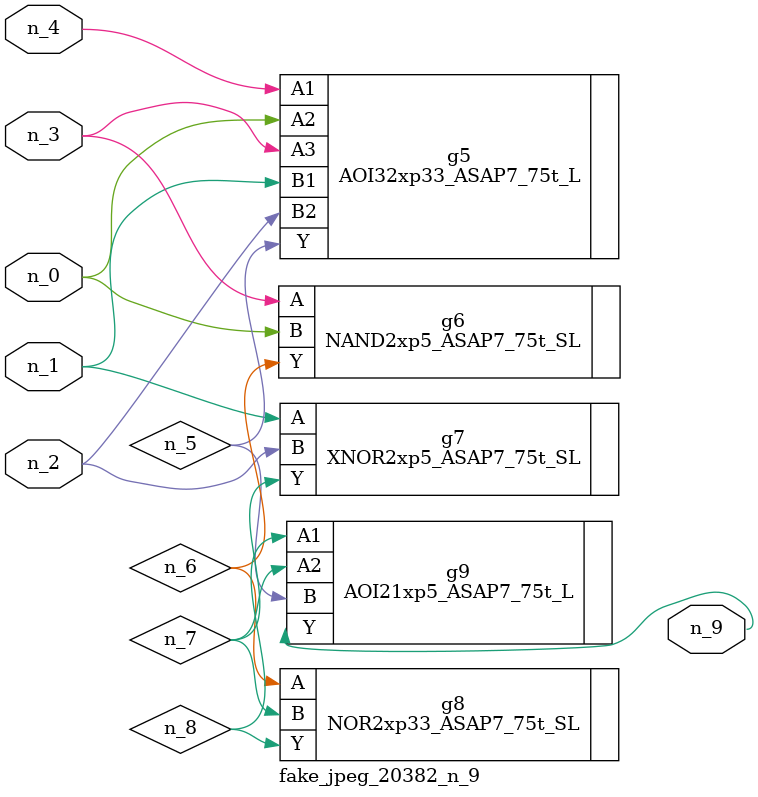
<source format=v>
module fake_jpeg_20382_n_9 (n_3, n_2, n_1, n_0, n_4, n_9);

input n_3;
input n_2;
input n_1;
input n_0;
input n_4;

output n_9;

wire n_8;
wire n_6;
wire n_5;
wire n_7;

AOI32xp33_ASAP7_75t_L g5 ( 
.A1(n_4),
.A2(n_0),
.A3(n_3),
.B1(n_1),
.B2(n_2),
.Y(n_5)
);

NAND2xp5_ASAP7_75t_SL g6 ( 
.A(n_3),
.B(n_0),
.Y(n_6)
);

XNOR2xp5_ASAP7_75t_SL g7 ( 
.A(n_1),
.B(n_2),
.Y(n_7)
);

NOR2xp33_ASAP7_75t_SL g8 ( 
.A(n_6),
.B(n_7),
.Y(n_8)
);

AOI21xp5_ASAP7_75t_L g9 ( 
.A1(n_8),
.A2(n_7),
.B(n_5),
.Y(n_9)
);


endmodule
</source>
